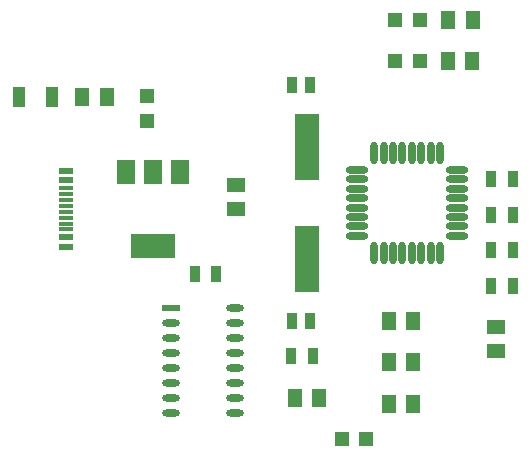
<source format=gtp>
G04*
G04 #@! TF.GenerationSoftware,Altium Limited,Altium Designer Develop,26.2.0 (10)*
G04*
G04 Layer_Color=8421504*
%FSLAX44Y44*%
%MOMM*%
G71*
G04*
G04 #@! TF.SameCoordinates,717AC42B-03D0-4F6F-A9B9-6B288F40F31D*
G04*
G04*
G04 #@! TF.FilePolarity,Positive*
G04*
G01*
G75*
%ADD14R,1.1938X1.1938*%
%ADD15R,1.2552X1.5562*%
%ADD16R,1.5562X1.2552*%
%ADD17R,0.9500X1.4000*%
%ADD18O,0.6000X1.9500*%
%ADD19O,1.9500X0.6000*%
%ADD20R,1.5000X2.0000*%
%ADD21R,1.0000X1.8000*%
%ADD22R,3.8000X2.0000*%
%ADD23O,1.5000X0.6000*%
%ADD24R,1.1587X1.5082*%
%ADD25R,0.9500X1.3500*%
%ADD26R,1.2000X1.2000*%
%ADD27R,1.1500X0.6000*%
%ADD28R,1.5000X0.6000*%
%ADD29R,1.2000X1.2000*%
%ADD30R,1.1500X0.3000*%
%ADD31R,2.1000X5.6000*%
D14*
X990287Y555000D02*
D03*
X969713D02*
D03*
D15*
X1030255Y655000D02*
D03*
X1009745D02*
D03*
X750000Y845000D02*
D03*
X770510D02*
D03*
X1080510Y910000D02*
D03*
X1080255Y875000D02*
D03*
X950255Y590000D02*
D03*
X929745D02*
D03*
X1060000Y910000D02*
D03*
X1059745Y875000D02*
D03*
D16*
X880000Y770510D02*
D03*
Y750000D02*
D03*
X1100000Y650255D02*
D03*
Y629745D02*
D03*
D17*
X1114250Y685000D02*
D03*
X1095750D02*
D03*
Y775000D02*
D03*
Y745000D02*
D03*
Y715000D02*
D03*
X1114250Y775000D02*
D03*
Y715000D02*
D03*
Y745000D02*
D03*
X845000Y695000D02*
D03*
X863500D02*
D03*
X945000Y625000D02*
D03*
X926500D02*
D03*
D18*
X1045000Y797500D02*
D03*
X1053000D02*
D03*
X1037000D02*
D03*
X997000D02*
D03*
X1005000D02*
D03*
X1013000D02*
D03*
X1021000D02*
D03*
X1029000D02*
D03*
X1053000Y712500D02*
D03*
X1045000D02*
D03*
X1037000D02*
D03*
X1029000D02*
D03*
X1021000D02*
D03*
X1013000D02*
D03*
X1005000D02*
D03*
X997000D02*
D03*
D19*
X1067500Y775000D02*
D03*
Y751000D02*
D03*
X982500Y759000D02*
D03*
Y743000D02*
D03*
X1067500Y735000D02*
D03*
Y759000D02*
D03*
X982500Y767000D02*
D03*
Y751000D02*
D03*
X1067500Y783000D02*
D03*
Y767000D02*
D03*
Y743000D02*
D03*
Y727000D02*
D03*
X982500D02*
D03*
Y735000D02*
D03*
Y775000D02*
D03*
Y783000D02*
D03*
D20*
X810000Y781500D02*
D03*
X833000D02*
D03*
X787000D02*
D03*
D21*
X724000Y845000D02*
D03*
X696000D02*
D03*
D22*
X810000Y718500D02*
D03*
D23*
X879000Y665800D02*
D03*
X825000Y653100D02*
D03*
Y640400D02*
D03*
Y627700D02*
D03*
Y615000D02*
D03*
Y602300D02*
D03*
Y589600D02*
D03*
Y576900D02*
D03*
X879000Y653100D02*
D03*
Y640400D02*
D03*
Y627700D02*
D03*
Y615000D02*
D03*
Y602300D02*
D03*
Y589600D02*
D03*
Y576900D02*
D03*
D24*
X1030267Y585000D02*
D03*
Y620000D02*
D03*
X1009733Y585000D02*
D03*
Y620000D02*
D03*
D25*
X942500Y855000D02*
D03*
Y655000D02*
D03*
X927500D02*
D03*
Y855000D02*
D03*
D26*
X805000Y824500D02*
D03*
Y845500D02*
D03*
D27*
X735900Y782000D02*
D03*
Y718000D02*
D03*
Y726000D02*
D03*
Y774000D02*
D03*
D28*
X825000Y665800D02*
D03*
D29*
X1035500Y910000D02*
D03*
X1014500D02*
D03*
X1035500Y875000D02*
D03*
X1014500D02*
D03*
D30*
X735900Y732500D02*
D03*
Y737500D02*
D03*
Y742500D02*
D03*
Y747500D02*
D03*
Y752500D02*
D03*
Y757500D02*
D03*
Y762500D02*
D03*
Y767500D02*
D03*
D31*
X940000Y802500D02*
D03*
Y707500D02*
D03*
M02*

</source>
